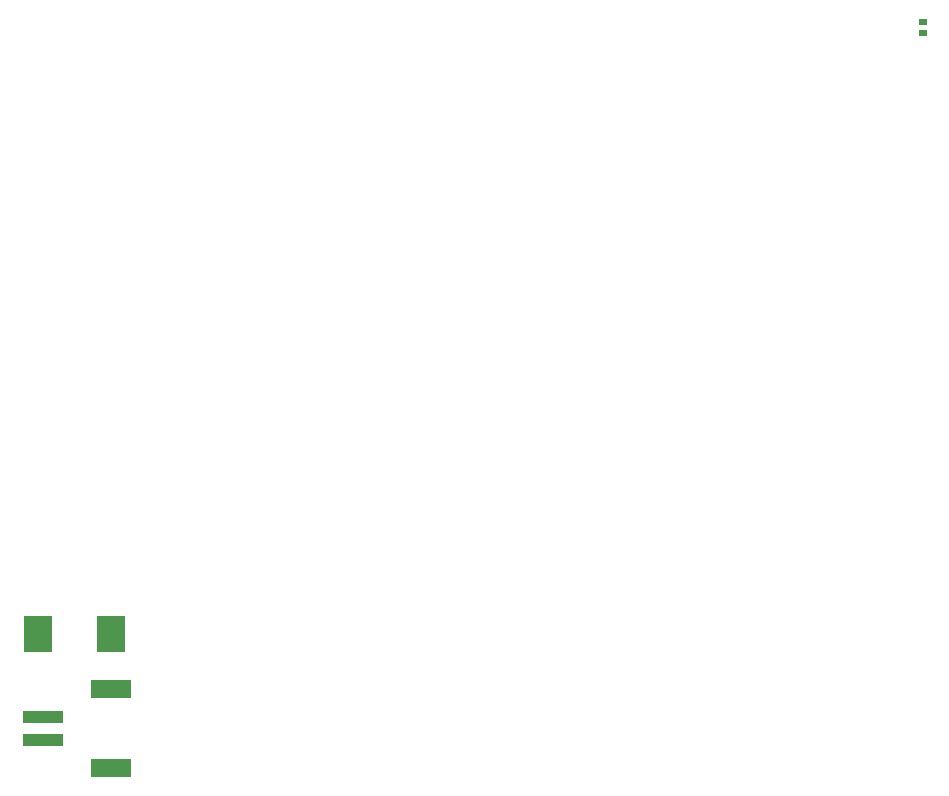
<source format=gbr>
G04*
G04 #@! TF.GenerationSoftware,Altium Limited,Altium Designer,24.4.1 (13)*
G04*
G04 Layer_Color=128*
%FSLAX44Y44*%
%MOMM*%
G71*
G04*
G04 #@! TF.SameCoordinates,85F95AA7-1CD2-4A53-B858-D1680FFA15A6*
G04*
G04*
G04 #@! TF.FilePolarity,Positive*
G04*
G01*
G75*
%ADD27R,0.6400X0.6000*%
%ADD86R,2.4500X3.1500*%
%ADD87R,3.4000X1.5000*%
%ADD88R,3.5000X1.0000*%
D27*
X769000Y638350D02*
D03*
Y647150D02*
D03*
D86*
X81500Y128750D02*
D03*
X19500D02*
D03*
D87*
X81750Y15500D02*
D03*
Y82500D02*
D03*
D88*
X24250Y39000D02*
D03*
Y59000D02*
D03*
M02*

</source>
